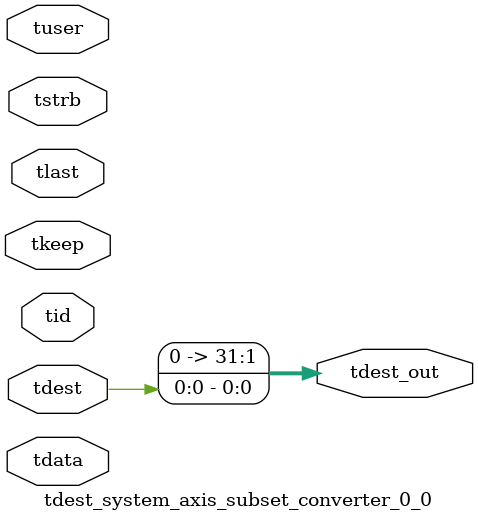
<source format=v>


`timescale 1ps/1ps

module tdest_system_axis_subset_converter_0_0 #
(
parameter C_S_AXIS_TDATA_WIDTH = 32,
parameter C_S_AXIS_TUSER_WIDTH = 0,
parameter C_S_AXIS_TID_WIDTH   = 0,
parameter C_S_AXIS_TDEST_WIDTH = 0,
parameter C_M_AXIS_TDEST_WIDTH = 32
)
(
input  [(C_S_AXIS_TDATA_WIDTH == 0 ? 1 : C_S_AXIS_TDATA_WIDTH)-1:0     ] tdata,
input  [(C_S_AXIS_TUSER_WIDTH == 0 ? 1 : C_S_AXIS_TUSER_WIDTH)-1:0     ] tuser,
input  [(C_S_AXIS_TID_WIDTH   == 0 ? 1 : C_S_AXIS_TID_WIDTH)-1:0       ] tid,
input  [(C_S_AXIS_TDEST_WIDTH == 0 ? 1 : C_S_AXIS_TDEST_WIDTH)-1:0     ] tdest,
input  [(C_S_AXIS_TDATA_WIDTH/8)-1:0 ] tkeep,
input  [(C_S_AXIS_TDATA_WIDTH/8)-1:0 ] tstrb,
input                                                                    tlast,
output [C_M_AXIS_TDEST_WIDTH-1:0] tdest_out
);

assign tdest_out = {tdest[0:0]};

endmodule


</source>
